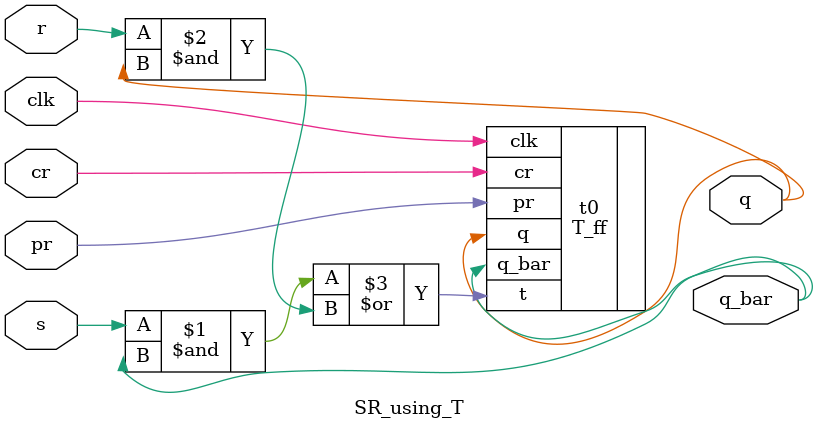
<source format=v>
`timescale 1ns / 1ps


module SR_using_T(input s,input clk,input r,input pr,input cr,output q,output q_bar);

T_ff t0(.t((s&q_bar)|(r&q)),.clk(clk),.pr(pr),.cr(cr),.q(q),.q_bar(q_bar));
endmodule

</source>
